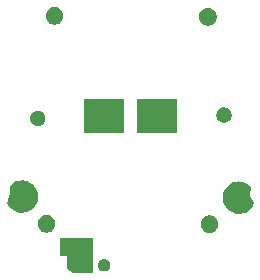
<source format=gbs>
G04 #@! TF.GenerationSoftware,KiCad,Pcbnew,5.1.2-f72e74a~84~ubuntu18.04.1*
G04 #@! TF.CreationDate,2019-05-05T19:34:44+02:00*
G04 #@! TF.ProjectId,f-91w,662d3931-772e-46b6-9963-61645f706362,2*
G04 #@! TF.SameCoordinates,Original*
G04 #@! TF.FileFunction,Soldermask,Bot*
G04 #@! TF.FilePolarity,Negative*
%FSLAX46Y46*%
G04 Gerber Fmt 4.6, Leading zero omitted, Abs format (unit mm)*
G04 Created by KiCad (PCBNEW 5.1.2-f72e74a~84~ubuntu18.04.1) date 2019-05-05 19:34:44*
%MOMM*%
%LPD*%
G04 APERTURE LIST*
%ADD10C,0.100000*%
G04 APERTURE END LIST*
D10*
G36*
X31738400Y-45500000D02*
G01*
X30038400Y-45500000D01*
X29538400Y-45200000D01*
X29538400Y-44149999D01*
X29537439Y-44140245D01*
X29534594Y-44130865D01*
X29529974Y-44122221D01*
X29523756Y-44114644D01*
X29516179Y-44108426D01*
X29507535Y-44103806D01*
X29498155Y-44100961D01*
X29488401Y-44100000D01*
X28938400Y-44100000D01*
X28938400Y-42600000D01*
X31738400Y-42600000D01*
X31738400Y-45500000D01*
X31738400Y-45500000D01*
G37*
G36*
X32841535Y-44365175D02*
G01*
X32841538Y-44365176D01*
X32841537Y-44365176D01*
X32937081Y-44404751D01*
X33023068Y-44462206D01*
X33096194Y-44535332D01*
X33153649Y-44621319D01*
X33186434Y-44700471D01*
X33193225Y-44716865D01*
X33213400Y-44818291D01*
X33213400Y-44921709D01*
X33193225Y-45023135D01*
X33193224Y-45023137D01*
X33153649Y-45118681D01*
X33096194Y-45204668D01*
X33023068Y-45277794D01*
X32937081Y-45335249D01*
X32857929Y-45368034D01*
X32841535Y-45374825D01*
X32740109Y-45395000D01*
X32636691Y-45395000D01*
X32535265Y-45374825D01*
X32518871Y-45368034D01*
X32439719Y-45335249D01*
X32353732Y-45277794D01*
X32280606Y-45204668D01*
X32223151Y-45118681D01*
X32183576Y-45023137D01*
X32183575Y-45023135D01*
X32163400Y-44921709D01*
X32163400Y-44818291D01*
X32183575Y-44716865D01*
X32190366Y-44700471D01*
X32223151Y-44621319D01*
X32280606Y-44535332D01*
X32353732Y-44462206D01*
X32439719Y-44404751D01*
X32535263Y-44365176D01*
X32535262Y-44365176D01*
X32535265Y-44365175D01*
X32636691Y-44345000D01*
X32740109Y-44345000D01*
X32841535Y-44365175D01*
X32841535Y-44365175D01*
G37*
G36*
X41812165Y-40664821D02*
G01*
X41948657Y-40721358D01*
X42071496Y-40803436D01*
X42175964Y-40907904D01*
X42258042Y-41030743D01*
X42314579Y-41167235D01*
X42343400Y-41312130D01*
X42343400Y-41459870D01*
X42314579Y-41604765D01*
X42258042Y-41741257D01*
X42175964Y-41864096D01*
X42071496Y-41968564D01*
X41948657Y-42050642D01*
X41812165Y-42107179D01*
X41667270Y-42136000D01*
X41519530Y-42136000D01*
X41374635Y-42107179D01*
X41238143Y-42050642D01*
X41115304Y-41968564D01*
X41010836Y-41864096D01*
X40928758Y-41741257D01*
X40872221Y-41604765D01*
X40843400Y-41459870D01*
X40843400Y-41312130D01*
X40872221Y-41167235D01*
X40928758Y-41030743D01*
X41010836Y-40907904D01*
X41115304Y-40803436D01*
X41238143Y-40721358D01*
X41374635Y-40664821D01*
X41519530Y-40636000D01*
X41667270Y-40636000D01*
X41812165Y-40664821D01*
X41812165Y-40664821D01*
G37*
G36*
X28011165Y-40624821D02*
G01*
X28147657Y-40681358D01*
X28270496Y-40763436D01*
X28374964Y-40867904D01*
X28457042Y-40990743D01*
X28513579Y-41127235D01*
X28542400Y-41272130D01*
X28542400Y-41419870D01*
X28513579Y-41564765D01*
X28457042Y-41701257D01*
X28374964Y-41824096D01*
X28270496Y-41928564D01*
X28147657Y-42010642D01*
X28011165Y-42067179D01*
X27866270Y-42096000D01*
X27718530Y-42096000D01*
X27573635Y-42067179D01*
X27437143Y-42010642D01*
X27314304Y-41928564D01*
X27209836Y-41824096D01*
X27127758Y-41701257D01*
X27071221Y-41564765D01*
X27042400Y-41419870D01*
X27042400Y-41272130D01*
X27071221Y-41127235D01*
X27127758Y-40990743D01*
X27209836Y-40867904D01*
X27314304Y-40763436D01*
X27437143Y-40681358D01*
X27573635Y-40624821D01*
X27718530Y-40596000D01*
X27866270Y-40596000D01*
X28011165Y-40624821D01*
X28011165Y-40624821D01*
G37*
G36*
X44201147Y-37806374D02*
G01*
X44210297Y-37809874D01*
X44216432Y-37811147D01*
X44386197Y-37835400D01*
X44558400Y-37860000D01*
X44559802Y-37860701D01*
X44856197Y-38008898D01*
X44856201Y-38008900D01*
X44858400Y-38010000D01*
X45108400Y-38260000D01*
X45108400Y-38310000D01*
X45079527Y-38512110D01*
X45058903Y-38656479D01*
X45058400Y-38663550D01*
X45058400Y-38950371D01*
X45059361Y-38960125D01*
X45061976Y-38968940D01*
X45256467Y-39455166D01*
X45261288Y-39464331D01*
X45352377Y-39600965D01*
X45358400Y-39610000D01*
X45258400Y-39860000D01*
X44958400Y-40210000D01*
X44658400Y-40410000D01*
X44540734Y-40449222D01*
X44210735Y-40559222D01*
X44210732Y-40559223D01*
X44208400Y-40560000D01*
X43958400Y-40560000D01*
X43956913Y-40559504D01*
X43956908Y-40559503D01*
X43808145Y-40509915D01*
X43658400Y-40460000D01*
X43308400Y-40310000D01*
X43058400Y-40060000D01*
X42979829Y-39950000D01*
X42809827Y-39711998D01*
X42809826Y-39711997D01*
X42808400Y-39710000D01*
X42738379Y-39499938D01*
X42709177Y-39412332D01*
X42708400Y-39410000D01*
X42708400Y-38860000D01*
X42712686Y-38850000D01*
X42857496Y-38512110D01*
X42858400Y-38510000D01*
X43058400Y-38210000D01*
X43358400Y-38010000D01*
X43608400Y-37860000D01*
X43610198Y-37859640D01*
X43610203Y-37859639D01*
X43876540Y-37806372D01*
X44108400Y-37760000D01*
X44201147Y-37806374D01*
X44201147Y-37806374D01*
G37*
G36*
X26188400Y-37750000D02*
G01*
X26438400Y-37900000D01*
X26738400Y-38100000D01*
X26739777Y-38102066D01*
X26739779Y-38102068D01*
X26771797Y-38150095D01*
X26938400Y-38400000D01*
X27088400Y-38750000D01*
X27088400Y-39300000D01*
X27087904Y-39301487D01*
X27087903Y-39301492D01*
X27050955Y-39412335D01*
X26988400Y-39600000D01*
X26987665Y-39601029D01*
X26987660Y-39601037D01*
X26802686Y-39860000D01*
X26738400Y-39950000D01*
X26488400Y-40200000D01*
X26486284Y-40200907D01*
X26486280Y-40200909D01*
X26312815Y-40275251D01*
X26138400Y-40350000D01*
X25989076Y-40399775D01*
X25840732Y-40449223D01*
X25838400Y-40450000D01*
X25588400Y-40450000D01*
X25586913Y-40449504D01*
X25586908Y-40449503D01*
X25287176Y-40349592D01*
X25138400Y-40300000D01*
X24838400Y-40100000D01*
X24538400Y-39750000D01*
X24438400Y-39500000D01*
X24499001Y-39409098D01*
X24535512Y-39354331D01*
X24540333Y-39345166D01*
X24734824Y-38858940D01*
X24737555Y-38849527D01*
X24738400Y-38840371D01*
X24738400Y-38553550D01*
X24737897Y-38546479D01*
X24717273Y-38402110D01*
X24688400Y-38200000D01*
X24688400Y-38150000D01*
X24938400Y-37900000D01*
X25238400Y-37750000D01*
X25325058Y-37737620D01*
X25580368Y-37701147D01*
X25589888Y-37698817D01*
X25595650Y-37696375D01*
X25688400Y-37650000D01*
X26188400Y-37750000D01*
X26188400Y-37750000D01*
G37*
G36*
X34338400Y-33700000D02*
G01*
X30938400Y-33700000D01*
X30938400Y-30800000D01*
X34338400Y-30800000D01*
X34338400Y-33700000D01*
X34338400Y-33700000D01*
G37*
G36*
X38838400Y-33700000D02*
G01*
X35438400Y-33700000D01*
X35438400Y-30800000D01*
X38838400Y-30800000D01*
X38838400Y-33700000D01*
X38838400Y-33700000D01*
G37*
G36*
X27175208Y-31792489D02*
G01*
X27237998Y-31804979D01*
X27307291Y-31833682D01*
X27356289Y-31853977D01*
X27356290Y-31853978D01*
X27462751Y-31925112D01*
X27553288Y-32015649D01*
X27553289Y-32015651D01*
X27624423Y-32122111D01*
X27644718Y-32171109D01*
X27673421Y-32240402D01*
X27673421Y-32240404D01*
X27692357Y-32335598D01*
X27698400Y-32365981D01*
X27698400Y-32494019D01*
X27673421Y-32619598D01*
X27644718Y-32688891D01*
X27624423Y-32737889D01*
X27624422Y-32737890D01*
X27553288Y-32844351D01*
X27462751Y-32934888D01*
X27409160Y-32970696D01*
X27356289Y-33006023D01*
X27307291Y-33026318D01*
X27237998Y-33055021D01*
X27175208Y-33067511D01*
X27112421Y-33080000D01*
X26984379Y-33080000D01*
X26921592Y-33067511D01*
X26858802Y-33055021D01*
X26789509Y-33026318D01*
X26740511Y-33006023D01*
X26687640Y-32970696D01*
X26634049Y-32934888D01*
X26543512Y-32844351D01*
X26472378Y-32737890D01*
X26472377Y-32737889D01*
X26452082Y-32688891D01*
X26423379Y-32619598D01*
X26398400Y-32494019D01*
X26398400Y-32365981D01*
X26404444Y-32335598D01*
X26423379Y-32240404D01*
X26423379Y-32240402D01*
X26452082Y-32171109D01*
X26472377Y-32122111D01*
X26543511Y-32015651D01*
X26543512Y-32015649D01*
X26634049Y-31925112D01*
X26740510Y-31853978D01*
X26740511Y-31853977D01*
X26789509Y-31833682D01*
X26858802Y-31804979D01*
X26921592Y-31792489D01*
X26984379Y-31780000D01*
X27112421Y-31780000D01*
X27175208Y-31792489D01*
X27175208Y-31792489D01*
G37*
G36*
X42947208Y-31508489D02*
G01*
X43009998Y-31520979D01*
X43079291Y-31549682D01*
X43128289Y-31569977D01*
X43128290Y-31569978D01*
X43234751Y-31641112D01*
X43325288Y-31731649D01*
X43325289Y-31731651D01*
X43396423Y-31838111D01*
X43402995Y-31853978D01*
X43445421Y-31956402D01*
X43445421Y-31956404D01*
X43470400Y-32081979D01*
X43470400Y-32210021D01*
X43464356Y-32240404D01*
X43445421Y-32335598D01*
X43416718Y-32404891D01*
X43396423Y-32453889D01*
X43396422Y-32453890D01*
X43325288Y-32560351D01*
X43234751Y-32650888D01*
X43181160Y-32686696D01*
X43128289Y-32722023D01*
X43089982Y-32737890D01*
X43009998Y-32771021D01*
X42947208Y-32783511D01*
X42884421Y-32796000D01*
X42756379Y-32796000D01*
X42693592Y-32783511D01*
X42630802Y-32771021D01*
X42550818Y-32737890D01*
X42512511Y-32722023D01*
X42459640Y-32686696D01*
X42406049Y-32650888D01*
X42315512Y-32560351D01*
X42244378Y-32453890D01*
X42244377Y-32453889D01*
X42224082Y-32404891D01*
X42195379Y-32335598D01*
X42176444Y-32240404D01*
X42170400Y-32210021D01*
X42170400Y-32081979D01*
X42195379Y-31956404D01*
X42195379Y-31956402D01*
X42237805Y-31853978D01*
X42244377Y-31838111D01*
X42315511Y-31731651D01*
X42315512Y-31731649D01*
X42406049Y-31641112D01*
X42512510Y-31569978D01*
X42512511Y-31569977D01*
X42561509Y-31549682D01*
X42630802Y-31520979D01*
X42693592Y-31508489D01*
X42756379Y-31496000D01*
X42884421Y-31496000D01*
X42947208Y-31508489D01*
X42947208Y-31508489D01*
G37*
G36*
X41679165Y-23097821D02*
G01*
X41815657Y-23154358D01*
X41938496Y-23236436D01*
X42042964Y-23340904D01*
X42125042Y-23463743D01*
X42181579Y-23600235D01*
X42210400Y-23745130D01*
X42210400Y-23892870D01*
X42181579Y-24037765D01*
X42125042Y-24174257D01*
X42042964Y-24297096D01*
X41938496Y-24401564D01*
X41815657Y-24483642D01*
X41679165Y-24540179D01*
X41534270Y-24569000D01*
X41386530Y-24569000D01*
X41241635Y-24540179D01*
X41105143Y-24483642D01*
X40982304Y-24401564D01*
X40877836Y-24297096D01*
X40795758Y-24174257D01*
X40739221Y-24037765D01*
X40710400Y-23892870D01*
X40710400Y-23745130D01*
X40739221Y-23600235D01*
X40795758Y-23463743D01*
X40877836Y-23340904D01*
X40982304Y-23236436D01*
X41105143Y-23154358D01*
X41241635Y-23097821D01*
X41386530Y-23069000D01*
X41534270Y-23069000D01*
X41679165Y-23097821D01*
X41679165Y-23097821D01*
G37*
G36*
X28705165Y-23028821D02*
G01*
X28841657Y-23085358D01*
X28964496Y-23167436D01*
X29068964Y-23271904D01*
X29151042Y-23394743D01*
X29207579Y-23531235D01*
X29236400Y-23676130D01*
X29236400Y-23823870D01*
X29207579Y-23968765D01*
X29151042Y-24105257D01*
X29068964Y-24228096D01*
X28964496Y-24332564D01*
X28841657Y-24414642D01*
X28705165Y-24471179D01*
X28560270Y-24500000D01*
X28412530Y-24500000D01*
X28267635Y-24471179D01*
X28131143Y-24414642D01*
X28008304Y-24332564D01*
X27903836Y-24228096D01*
X27821758Y-24105257D01*
X27765221Y-23968765D01*
X27736400Y-23823870D01*
X27736400Y-23676130D01*
X27765221Y-23531235D01*
X27821758Y-23394743D01*
X27903836Y-23271904D01*
X28008304Y-23167436D01*
X28131143Y-23085358D01*
X28267635Y-23028821D01*
X28412530Y-23000000D01*
X28560270Y-23000000D01*
X28705165Y-23028821D01*
X28705165Y-23028821D01*
G37*
M02*

</source>
